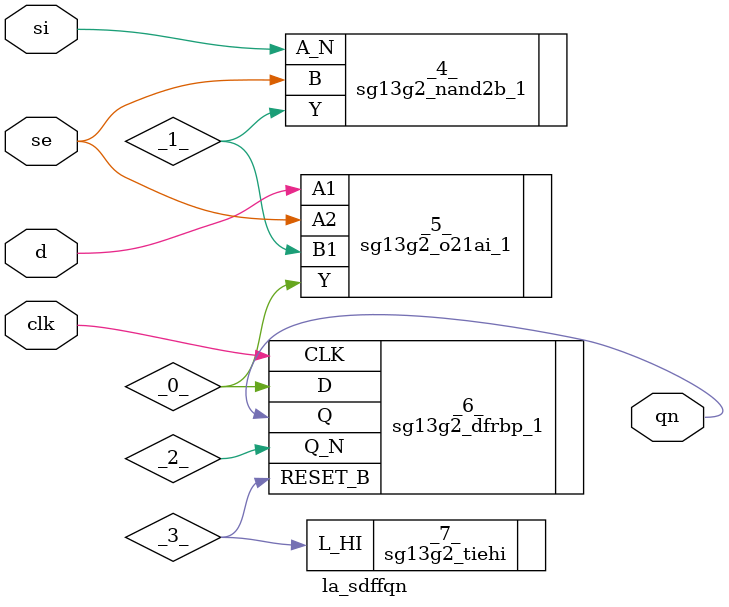
<source format=v>

/* Generated by Yosys 0.40+33 (git sha1 cd1fb8b15, g++ 11.4.0-1ubuntu1~22.04 -fPIC -Os) */

module la_sdffqn(d, si, se, clk, qn);
  wire _0_;
  wire _1_;
  wire _2_;
  wire _3_;
  input clk;
  wire clk;
  input d;
  wire d;
  output qn;
  wire qn;
  input se;
  wire se;
  input si;
  wire si;
  sg13g2_nand2b_1 _4_ (
    .A_N(si),
    .B(se),
    .Y(_1_)
  );
  sg13g2_o21ai_1 _5_ (
    .A1(d),
    .A2(se),
    .B1(_1_),
    .Y(_0_)
  );
  sg13g2_dfrbp_1 _6_ (
    .CLK(clk),
    .D(_0_),
    .Q(qn),
    .Q_N(_2_),
    .RESET_B(_3_)
  );
  sg13g2_tiehi _7_ (
    .L_HI(_3_)
  );
endmodule

</source>
